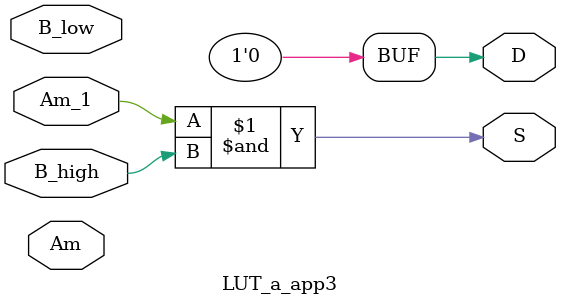
<source format=v>
`timescale 1ns/1ns
module LUT_a_app3(
    input           Am          ,
    input           B_low       ,
    input           Am_1        ,
    input           B_high      ,
    output          S           ,
    output          D           //           
);

    assign D = 1'b0;
	assign S = Am_1 & B_high;

endmodule // LUT_a_app3


</source>
